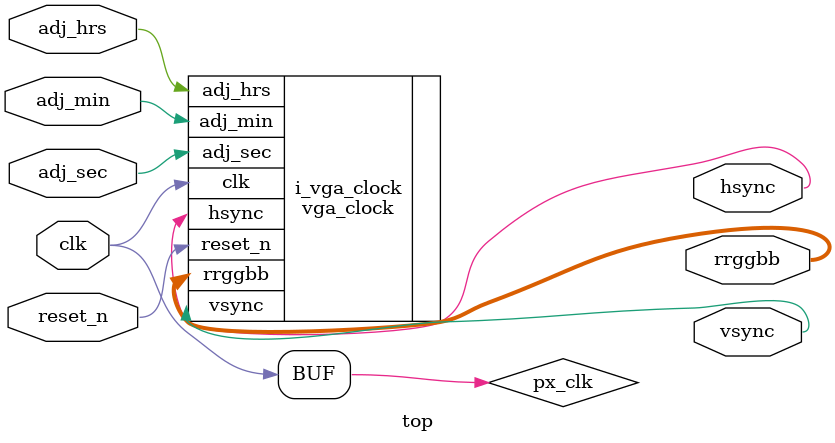
<source format=v>




`default_nettype none

module top (
    input  wire       clk    ,
    input  wire       reset_n,
    input  wire       adj_hrs,
    input  wire       adj_min,
    input  wire       adj_sec,
    output wire       hsync  ,
    output wire       vsync  ,
    output wire [5:0] rrggbb
);

    wire px_clk;

    // Generated values for pixel clock of 31.5Mhz and 72Hz frame frecuency.
    // # icepll -i12 -o31.5
    //
    // F_PLLIN:    12.000 MHz (given)
    // F_PLLOUT:   31.500 MHz (requested)
    // F_PLLOUT:   31.500 MHz (achieved)
    //
    // FEEDBACK: SIMPLE
    // F_PFD:   12.000 MHz
    // F_VCO: 1008.000 MHz
    //
    // DIVR:  0 (4'b0000)
    // DIVF: 83 (7'b1010011)
    // DIVQ:  5 (3'b101)
    //
    // FILTER_RANGE: 1 (3'b001)
    //
    `ifdef SYNTH
        SB_PLL40_PAD #(
            .FEEDBACK_PATH("SIMPLE"  ),
            .DIVR         (4'b0000   ),
            .DIVF         (7'b1010011),
            .DIVQ         (3'b101    ),
            .FILTER_RANGE (3'b001    )
        ) uut (
            .RESETB    (1'b1  ),
            .BYPASS    (1'b0  ),
            .PACKAGEPIN(clk   ),
            .PLLOUTCORE(px_clk)
        );
    `else
        assign px_clk = clk;
    `endif

    vga_clock i_vga_clock (
        .clk    (px_clk ),
        .reset_n(reset_n),
        .adj_hrs(adj_hrs),
        .adj_min(adj_min),
        .adj_sec(adj_sec),
        .hsync  (hsync  ),
        .vsync  (vsync  ),
        .rrggbb (rrggbb )
    );

endmodule

</source>
